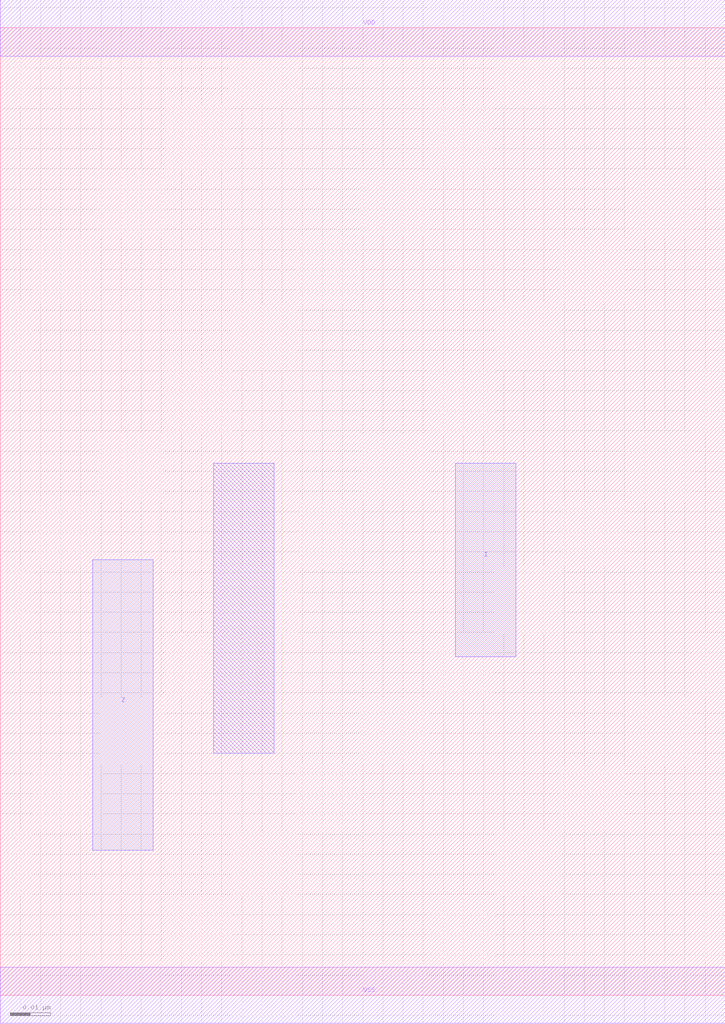
<source format=lef>
VERSION 5.8 ;
BUSBITCHARS "[]" ;
DIVIDERCHAR "/" ;
CLEARANCEMEASURE EUCLIDEAN ;

SITE coresite
    SIZE 0.0450 BY -0.0240 ;
    CLASS CORE ;
    SYMMETRY Y ;
END coresite

MACRO BUF_X4Tr6_5T_2F_45CPP_24M0P_30M1P_24M2P_2MPO_ET_BPR
  CLASS CORE ;
  ORIGIN 0 0 ;
  FOREIGN BUF_X4Tr6_5T_2F_45CPP_24M0P_30M1P_24M2P_2MPO_ET_BPR 0 0 ;
  SIZE 0.1800 BY 0.2400 ;
  SYMMETRY X Y ;
  SITE coresite ;
  PIN Z
    DIRECTION OUTPUT ;
    USE SIGNAL ;
    PORT
      LAYER M1 ;
        RECT 0.0225 0.1080 0.0375 0.0360 ;
    END
  END Z
  PIN I
    DIRECTION INPUT ;
    USE SIGNAL ;
    PORT
      LAYER M1 ;
        RECT 0.1125 0.1320 0.1275 0.0840 ;
    END
  END I
  PIN VDD
    DIRECTION INOUT ;
    USE POWER ;
    SHAPE ABUTMENT ;
    PORT
      LAYER M0 ;
        RECT 0.0000 0.2330 0.1800 0.2470 ;
    END
  END VDD
  PIN VSS
    DIRECTION INOUT ;
    USE GROUND ;
    SHAPE ABUTMENT ;
    PORT
      LAYER M0 ;
        RECT 0.0000 -0.0070 0.1800 0.0070 ;
    END
  END VSS
  OBS
      LAYER M1 ;
        RECT 0.0525 0.1320 0.0675 0.0600 ;
  END
END BUF_X4Tr6_5T_2F_45CPP_24M0P_30M1P_24M2P_2MPO_ET_BPR

END LIBRARY

</source>
